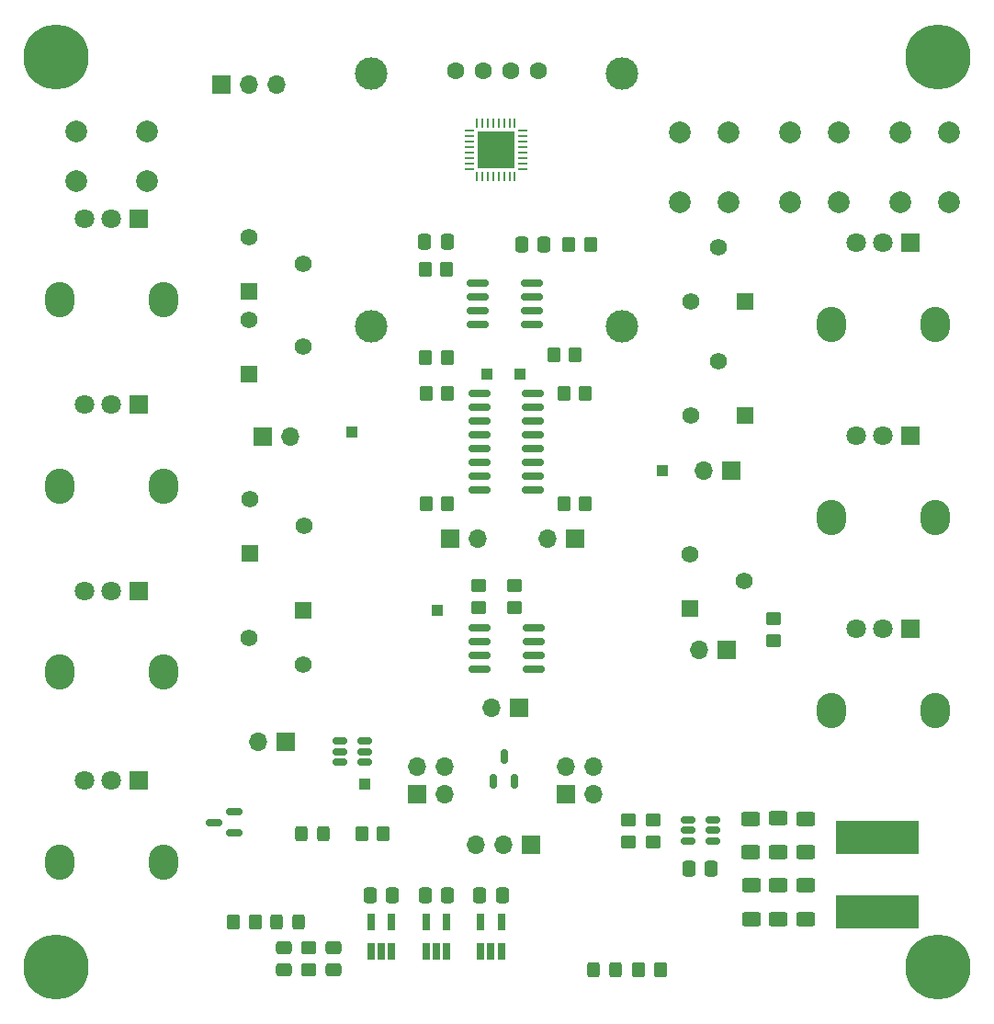
<source format=gbr>
%TF.GenerationSoftware,KiCad,Pcbnew,7.0.1-3b83917a11~172~ubuntu22.04.1*%
%TF.CreationDate,2023-04-03T22:42:05+01:00*%
%TF.ProjectId,adsr_vca_fx,61647372-5f76-4636-915f-66782e6b6963,rev?*%
%TF.SameCoordinates,Original*%
%TF.FileFunction,Soldermask,Top*%
%TF.FilePolarity,Negative*%
%FSLAX46Y46*%
G04 Gerber Fmt 4.6, Leading zero omitted, Abs format (unit mm)*
G04 Created by KiCad (PCBNEW 7.0.1-3b83917a11~172~ubuntu22.04.1) date 2023-04-03 22:42:05*
%MOMM*%
%LPD*%
G01*
G04 APERTURE LIST*
G04 Aperture macros list*
%AMRoundRect*
0 Rectangle with rounded corners*
0 $1 Rounding radius*
0 $2 $3 $4 $5 $6 $7 $8 $9 X,Y pos of 4 corners*
0 Add a 4 corners polygon primitive as box body*
4,1,4,$2,$3,$4,$5,$6,$7,$8,$9,$2,$3,0*
0 Add four circle primitives for the rounded corners*
1,1,$1+$1,$2,$3*
1,1,$1+$1,$4,$5*
1,1,$1+$1,$6,$7*
1,1,$1+$1,$8,$9*
0 Add four rect primitives between the rounded corners*
20,1,$1+$1,$2,$3,$4,$5,0*
20,1,$1+$1,$4,$5,$6,$7,0*
20,1,$1+$1,$6,$7,$8,$9,0*
20,1,$1+$1,$8,$9,$2,$3,0*%
G04 Aperture macros list end*
%ADD10R,1.700000X1.700000*%
%ADD11O,1.700000X1.700000*%
%ADD12RoundRect,0.250000X0.350000X0.450000X-0.350000X0.450000X-0.350000X-0.450000X0.350000X-0.450000X0*%
%ADD13C,2.000000*%
%ADD14RoundRect,0.250000X-0.625000X0.400000X-0.625000X-0.400000X0.625000X-0.400000X0.625000X0.400000X0*%
%ADD15RoundRect,0.250000X0.450000X-0.350000X0.450000X0.350000X-0.450000X0.350000X-0.450000X-0.350000X0*%
%ADD16C,6.000000*%
%ADD17R,1.000000X1.000000*%
%ADD18RoundRect,0.250000X-0.450000X0.350000X-0.450000X-0.350000X0.450000X-0.350000X0.450000X0.350000X0*%
%ADD19R,1.560000X1.560000*%
%ADD20C,1.560000*%
%ADD21O,2.720000X3.240000*%
%ADD22R,1.800000X1.800000*%
%ADD23C,1.800000*%
%ADD24RoundRect,0.250000X-0.350000X-0.450000X0.350000X-0.450000X0.350000X0.450000X-0.350000X0.450000X0*%
%ADD25RoundRect,0.250000X0.325000X0.450000X-0.325000X0.450000X-0.325000X-0.450000X0.325000X-0.450000X0*%
%ADD26RoundRect,0.250000X0.337500X0.475000X-0.337500X0.475000X-0.337500X-0.475000X0.337500X-0.475000X0*%
%ADD27RoundRect,0.150000X0.512500X0.150000X-0.512500X0.150000X-0.512500X-0.150000X0.512500X-0.150000X0*%
%ADD28RoundRect,0.250000X-0.475000X0.337500X-0.475000X-0.337500X0.475000X-0.337500X0.475000X0.337500X0*%
%ADD29R,0.650000X1.560000*%
%ADD30R,7.700000X3.100000*%
%ADD31RoundRect,0.250000X0.475000X-0.337500X0.475000X0.337500X-0.475000X0.337500X-0.475000X-0.337500X0*%
%ADD32RoundRect,0.250000X0.625000X-0.400000X0.625000X0.400000X-0.625000X0.400000X-0.625000X-0.400000X0*%
%ADD33RoundRect,0.150000X-0.825000X-0.150000X0.825000X-0.150000X0.825000X0.150000X-0.825000X0.150000X0*%
%ADD34RoundRect,0.062500X-0.062500X0.375000X-0.062500X-0.375000X0.062500X-0.375000X0.062500X0.375000X0*%
%ADD35RoundRect,0.062500X-0.375000X0.062500X-0.375000X-0.062500X0.375000X-0.062500X0.375000X0.062500X0*%
%ADD36R,3.450000X3.450000*%
%ADD37RoundRect,0.150000X0.825000X0.150000X-0.825000X0.150000X-0.825000X-0.150000X0.825000X-0.150000X0*%
%ADD38RoundRect,0.250000X-0.337500X-0.475000X0.337500X-0.475000X0.337500X0.475000X-0.337500X0.475000X0*%
%ADD39RoundRect,0.150000X0.587500X0.150000X-0.587500X0.150000X-0.587500X-0.150000X0.587500X-0.150000X0*%
%ADD40RoundRect,0.150000X0.150000X-0.512500X0.150000X0.512500X-0.150000X0.512500X-0.150000X-0.512500X0*%
%ADD41C,3.000000*%
%ADD42C,1.600000*%
G04 APERTURE END LIST*
D10*
%TO.C,J1*%
X123784600Y-127152400D03*
D11*
X121244600Y-127152400D03*
X118704600Y-127152400D03*
%TD*%
D12*
%TO.C,R28*%
X98324800Y-134315200D03*
X96324800Y-134315200D03*
%TD*%
D13*
%TO.C,SW2*%
X137450000Y-68020000D03*
X137450000Y-61520000D03*
X141950000Y-68020000D03*
X141950000Y-61520000D03*
%TD*%
D14*
%TO.C,C16*%
X146558000Y-124742000D03*
X146558000Y-127842000D03*
%TD*%
D15*
%TO.C,R12*%
X122276000Y-105303000D03*
X122276000Y-103303000D03*
%TD*%
D16*
%TO.C,H3*%
X161290000Y-138430000D03*
%TD*%
D17*
%TO.C,TP6*%
X135890000Y-92710000D03*
%TD*%
D18*
%TO.C,R22*%
X135045550Y-124915200D03*
X135045550Y-126915200D03*
%TD*%
D10*
%TO.C,J3*%
X113284000Y-122488750D03*
D11*
X113284000Y-119948750D03*
X115824000Y-122488750D03*
X115824000Y-119948750D03*
%TD*%
D19*
%TO.C,RV1*%
X102790000Y-105587600D03*
D20*
X97790000Y-108087600D03*
X102790000Y-110587600D03*
%TD*%
D17*
%TO.C,TP4*%
X122784000Y-83820000D03*
%TD*%
D21*
%TO.C,RV3*%
X161010000Y-97025000D03*
X151410000Y-97025000D03*
D22*
X158710000Y-89525000D03*
D23*
X156210000Y-89525000D03*
X153710000Y-89525000D03*
%TD*%
D21*
%TO.C,RV4*%
X161010000Y-114805000D03*
X151410000Y-114805000D03*
D22*
X158710000Y-107305000D03*
D23*
X156210000Y-107305000D03*
X153710000Y-107305000D03*
%TD*%
D11*
%TO.C,J5*%
X139294000Y-109220000D03*
D10*
X141834000Y-109220000D03*
%TD*%
%TO.C,JP1*%
X101142800Y-117652800D03*
D11*
X98602800Y-117652800D03*
%TD*%
D21*
%TO.C,RV12*%
X89890000Y-111275000D03*
X80290000Y-111275000D03*
D22*
X87590000Y-103775000D03*
D23*
X85090000Y-103775000D03*
X82590000Y-103775000D03*
%TD*%
D24*
%TO.C,R8*%
X126777500Y-85613000D03*
X128777500Y-85613000D03*
%TD*%
D15*
%TO.C,R5*%
X146127500Y-108351000D03*
X146127500Y-106351000D03*
%TD*%
D25*
%TO.C,D1*%
X131581000Y-138688400D03*
X129531000Y-138688400D03*
%TD*%
D26*
%TO.C,C28*%
X116099500Y-131819000D03*
X114024500Y-131819000D03*
%TD*%
D10*
%TO.C,J9*%
X127787800Y-98943600D03*
D11*
X125247800Y-98943600D03*
%TD*%
D27*
%TO.C,U6*%
X140501050Y-126786000D03*
X140501050Y-125836000D03*
X140501050Y-124886000D03*
X138226050Y-124886000D03*
X138226050Y-125836000D03*
X138226050Y-126786000D03*
%TD*%
D13*
%TO.C,SW3*%
X147610000Y-68020000D03*
X147610000Y-61520000D03*
X152110000Y-68020000D03*
X152110000Y-61520000D03*
%TD*%
D28*
%TO.C,C27*%
X100965000Y-136623500D03*
X100965000Y-138698500D03*
%TD*%
D12*
%TO.C,R11*%
X129270000Y-71882000D03*
X127270000Y-71882000D03*
%TD*%
D24*
%TO.C,R19*%
X114077500Y-95773000D03*
X116077500Y-95773000D03*
%TD*%
D29*
%TO.C,U8*%
X119126000Y-136979000D03*
X120076000Y-136979000D03*
X121026000Y-136979000D03*
X121026000Y-134279000D03*
X119126000Y-134279000D03*
%TD*%
D14*
%TO.C,C17*%
X144018000Y-124768000D03*
X144018000Y-127868000D03*
%TD*%
D24*
%TO.C,R17*%
X125848000Y-82057000D03*
X127848000Y-82057000D03*
%TD*%
D19*
%TO.C,RV6*%
X143510000Y-77170000D03*
D20*
X141010000Y-72170000D03*
X138510000Y-77170000D03*
%TD*%
D15*
%TO.C,R9*%
X118974000Y-105303000D03*
X118974000Y-103303000D03*
%TD*%
D10*
%TO.C,J10*%
X116347500Y-98948000D03*
D11*
X118887500Y-98948000D03*
%TD*%
D19*
%TO.C,RV8*%
X138430000Y-105370000D03*
D20*
X143430000Y-102870000D03*
X138430000Y-100370000D03*
%TD*%
D29*
%TO.C,U10*%
X114112000Y-136979000D03*
X115062000Y-136979000D03*
X116012000Y-136979000D03*
X116012000Y-134279000D03*
X114112000Y-134279000D03*
%TD*%
D16*
%TO.C,H1*%
X161290000Y-54610000D03*
%TD*%
D30*
%TO.C,L1*%
X155702000Y-126450000D03*
X155702000Y-133350000D03*
%TD*%
D21*
%TO.C,RV11*%
X89890000Y-76969000D03*
X80290000Y-76969000D03*
D22*
X87590000Y-69469000D03*
D23*
X85090000Y-69469000D03*
X82590000Y-69469000D03*
%TD*%
D10*
%TO.C,J8*%
X142240000Y-92710000D03*
D11*
X139700000Y-92710000D03*
%TD*%
D21*
%TO.C,RV13*%
X89890000Y-94130000D03*
X80290000Y-94130000D03*
D22*
X87590000Y-86630000D03*
D23*
X85090000Y-86630000D03*
X82590000Y-86630000D03*
%TD*%
D31*
%TO.C,C26*%
X105537000Y-138698500D03*
X105537000Y-136623500D03*
%TD*%
D21*
%TO.C,RV14*%
X89890000Y-128775000D03*
X80290000Y-128775000D03*
D22*
X87590000Y-121275000D03*
D23*
X85090000Y-121275000D03*
X82590000Y-121275000D03*
%TD*%
D15*
%TO.C,R21*%
X132759550Y-126915200D03*
X132759550Y-124915200D03*
%TD*%
D12*
%TO.C,R15*%
X116062000Y-82296000D03*
X114062000Y-82296000D03*
%TD*%
D13*
%TO.C,SW1*%
X81840000Y-61504000D03*
X88340000Y-61504000D03*
X81840000Y-66004000D03*
X88340000Y-66004000D03*
%TD*%
D29*
%TO.C,U9*%
X109032000Y-136979000D03*
X109982000Y-136979000D03*
X110932000Y-136979000D03*
X110932000Y-134279000D03*
X109032000Y-134279000D03*
%TD*%
D26*
%TO.C,C24*%
X119038500Y-131819000D03*
X121113500Y-131819000D03*
%TD*%
D27*
%TO.C,U2*%
X108455023Y-119525000D03*
X108455023Y-118575000D03*
X108455023Y-117625000D03*
X106180023Y-117625000D03*
X106180023Y-118575000D03*
X106180023Y-119525000D03*
%TD*%
D19*
%TO.C,RV9*%
X97790000Y-83812000D03*
D20*
X102790000Y-81312000D03*
X97790000Y-78812000D03*
%TD*%
D26*
%TO.C,C25*%
X111019500Y-131819000D03*
X108944500Y-131819000D03*
%TD*%
D19*
%TO.C,RV7*%
X97870000Y-100290000D03*
D20*
X102870000Y-97790000D03*
X97870000Y-95290000D03*
%TD*%
D32*
%TO.C,C20*%
X149098000Y-134016000D03*
X149098000Y-130916000D03*
%TD*%
D17*
%TO.C,TP5*%
X107290000Y-89190000D03*
%TD*%
D16*
%TO.C,H4*%
X80010000Y-138430000D03*
%TD*%
D33*
%TO.C,U4*%
X119017500Y-85613000D03*
X119017500Y-86883000D03*
X119017500Y-88153000D03*
X119017500Y-89423000D03*
X119017500Y-90693000D03*
X119017500Y-91963000D03*
X119017500Y-93233000D03*
X119017500Y-94503000D03*
X123967500Y-94503000D03*
X123967500Y-93233000D03*
X123967500Y-91963000D03*
X123967500Y-90693000D03*
X123967500Y-89423000D03*
X123967500Y-88153000D03*
X123967500Y-86883000D03*
X123967500Y-85613000D03*
%TD*%
D34*
%TO.C,U3*%
X122276000Y-60712000D03*
X121776000Y-60712000D03*
X121276000Y-60712000D03*
X120776000Y-60712000D03*
X120276000Y-60712000D03*
X119776000Y-60712000D03*
X119276000Y-60712000D03*
X118776000Y-60712000D03*
D35*
X118088500Y-61399500D03*
X118088500Y-61899500D03*
X118088500Y-62399500D03*
X118088500Y-62899500D03*
X118088500Y-63399500D03*
X118088500Y-63899500D03*
X118088500Y-64399500D03*
X118088500Y-64899500D03*
D34*
X118776000Y-65587000D03*
X119276000Y-65587000D03*
X119776000Y-65587000D03*
X120276000Y-65587000D03*
X120776000Y-65587000D03*
X121276000Y-65587000D03*
X121776000Y-65587000D03*
X122276000Y-65587000D03*
D35*
X122963500Y-64899500D03*
X122963500Y-64399500D03*
X122963500Y-63899500D03*
X122963500Y-63399500D03*
X122963500Y-62899500D03*
X122963500Y-62399500D03*
X122963500Y-61899500D03*
X122963500Y-61399500D03*
D36*
X120526000Y-63149500D03*
%TD*%
D24*
%TO.C,R23*%
X133705600Y-138688400D03*
X135705600Y-138688400D03*
%TD*%
D12*
%TO.C,R7*%
X116077500Y-85613000D03*
X114077500Y-85613000D03*
%TD*%
D19*
%TO.C,RV5*%
X97790000Y-76192000D03*
D20*
X102790000Y-73692000D03*
X97790000Y-71192000D03*
%TD*%
D15*
%TO.C,R27*%
X103251000Y-138661000D03*
X103251000Y-136661000D03*
%TD*%
D17*
%TO.C,TP3*%
X119736000Y-83820000D03*
%TD*%
D32*
%TO.C,C19*%
X144065800Y-133990000D03*
X144065800Y-130890000D03*
%TD*%
D12*
%TO.C,R20*%
X128777500Y-95773000D03*
X126777500Y-95773000D03*
%TD*%
D37*
%TO.C,U5*%
X123824500Y-79263000D03*
X123824500Y-77993000D03*
X123824500Y-76723000D03*
X123824500Y-75453000D03*
X118874500Y-75453000D03*
X118874500Y-76723000D03*
X118874500Y-77993000D03*
X118874500Y-79263000D03*
%TD*%
D25*
%TO.C,D5*%
X102320200Y-134315200D03*
X100270200Y-134315200D03*
%TD*%
D38*
%TO.C,C15*%
X113962000Y-71643000D03*
X116037000Y-71643000D03*
%TD*%
D33*
%TO.C,U1*%
X119063500Y-107203000D03*
X119063500Y-108473000D03*
X119063500Y-109743000D03*
X119063500Y-111013000D03*
X124013500Y-111013000D03*
X124013500Y-109743000D03*
X124013500Y-108473000D03*
X124013500Y-107203000D03*
%TD*%
D17*
%TO.C,TP1*%
X108419023Y-121557000D03*
%TD*%
D13*
%TO.C,SW4*%
X157770000Y-68020000D03*
X157770000Y-61520000D03*
X162270000Y-68020000D03*
X162270000Y-61520000D03*
%TD*%
D21*
%TO.C,RV2*%
X161010000Y-79245000D03*
X151410000Y-79245000D03*
D22*
X158710000Y-71745000D03*
D23*
X156210000Y-71745000D03*
X153710000Y-71745000D03*
%TD*%
D32*
%TO.C,C29*%
X146558000Y-134016000D03*
X146558000Y-130916000D03*
%TD*%
D39*
%TO.C,U7*%
X96393000Y-126045000D03*
X96393000Y-124145000D03*
X94518000Y-125095000D03*
%TD*%
D38*
%TO.C,C14*%
X122914500Y-71882000D03*
X124989500Y-71882000D03*
%TD*%
D24*
%TO.C,R10*%
X113999500Y-74183000D03*
X115999500Y-74183000D03*
%TD*%
D10*
%TO.C,J2*%
X127000000Y-122488750D03*
D11*
X127000000Y-119948750D03*
X129540000Y-122488750D03*
X129540000Y-119948750D03*
%TD*%
D40*
%TO.C,Q1*%
X120335000Y-121340250D03*
X122235000Y-121340250D03*
X121285000Y-119065250D03*
%TD*%
D19*
%TO.C,RV10*%
X143510000Y-87630000D03*
D20*
X141010000Y-82630000D03*
X138510000Y-87630000D03*
%TD*%
D10*
%TO.C,J7*%
X99060000Y-89567000D03*
D11*
X101600000Y-89567000D03*
%TD*%
D14*
%TO.C,C30*%
X149098000Y-124768000D03*
X149098000Y-127868000D03*
%TD*%
D41*
%TO.C,J11*%
X109066200Y-56162400D03*
X109066200Y-79451200D03*
X132129400Y-56162400D03*
X132129400Y-79400400D03*
D42*
X116787800Y-55880000D03*
X119327800Y-55880000D03*
X121867800Y-55880000D03*
X124453800Y-55880000D03*
%TD*%
D17*
%TO.C,TP2*%
X115113200Y-105598400D03*
%TD*%
D25*
%TO.C,D2*%
X104657000Y-126187200D03*
X102607000Y-126187200D03*
%TD*%
D16*
%TO.C,H2*%
X80010000Y-54610000D03*
%TD*%
D38*
%TO.C,C18*%
X138326050Y-129341200D03*
X140401050Y-129341200D03*
%TD*%
D10*
%TO.C,J4*%
X122682000Y-114554000D03*
D11*
X120142000Y-114554000D03*
%TD*%
D24*
%TO.C,R24*%
X108169200Y-126187200D03*
X110169200Y-126187200D03*
%TD*%
D11*
%TO.C,J12*%
X100345000Y-57150000D03*
X97805000Y-57150000D03*
D10*
X95265000Y-57150000D03*
%TD*%
M02*

</source>
